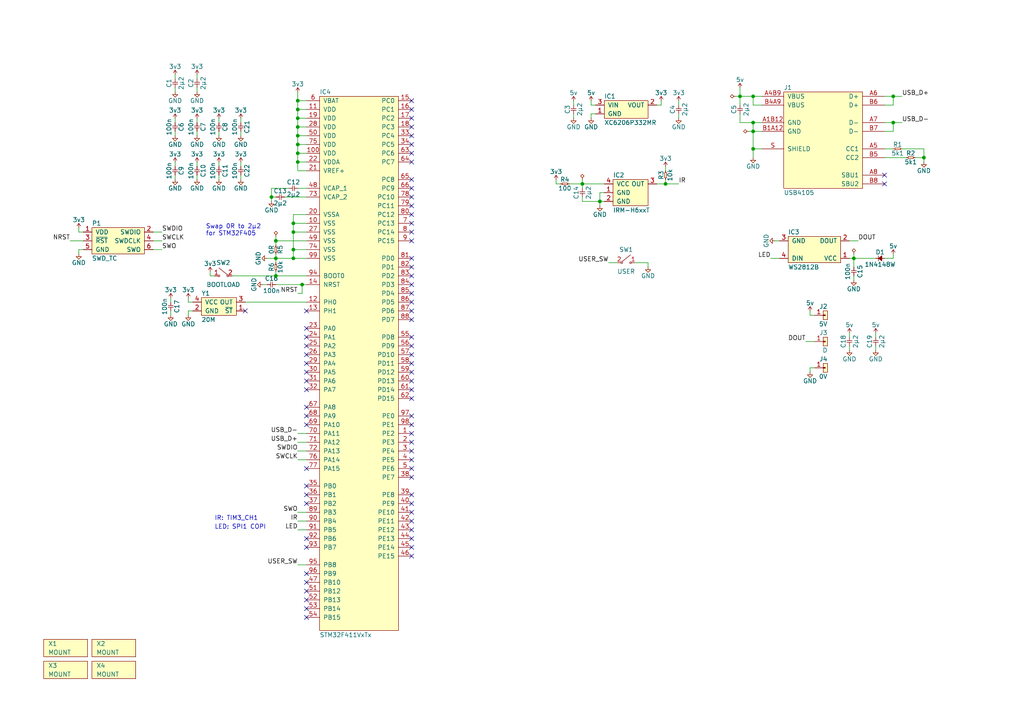
<source format=kicad_sch>
(kicad_sch (version 20210406) (generator eeschema)
  (paper "A4")
  (title_block (title "LEDEAF Driver PCB") (date "2021-05-23") (rev "1") (comment 1 "Drawn By: AG"))
  (lib_symbols
    (symbol "ael:C" (pin_numbers hide) (pin_names (offset 1.016) hide)
      (property "Reference" "C" (at 1.27 1.778 0))
      (property "Value" "C" (at 1.27 -1.778 0))
      (symbol "C_0_1"
        (polyline (pts (xy 1.016 0.762) (xy 1.016 -0.762)))
        (polyline (pts (xy 1.524 0.762) (xy 1.524 -0.762)))
      )
      (symbol "C_1_1"
        (pin passive line (at 0 0 0) (length 1.016) (name "~") (number "1"))
        (pin passive line (at 2.54 0 180) (length 1.016) (name "~") (number "2"))
      )
    )
    (symbol "ael:CONN_01x01" (pin_names (offset 0.0254) hide)
      (property "Reference" "J" (at -1.27 2.54 0))
      (property "Value" "CONN_01x01" (at -1.27 -2.54 0))
      (symbol "CONN_01x01_0_1"
        (rectangle (start 0 0.127) (end -0.635 -0.127) (fill (type outline)))
        (rectangle (start 0 1.27) (end -1.27 -1.27) (fill (type background)))
      )
      (symbol "CONN_01x01_1_1"
        (pin passive line (at 2.54 0 180) (length 2.54) (name "1") (number "1"))
      )
    )
    (symbol "ael:MCP1700" (pin_names (offset 1.016))
      (property "Reference" "IC" (at -5.08 2.54 0))
      (property "Value" "MCP1700" (at -5.08 -5.08 0))
      (symbol "MCP1700_0_1"
        (rectangle (start -5.08 1.27) (end 7.62 -3.81) (fill (type background)))
      )
      (symbol "MCP1700_1_1"
        (pin power_in line (at -7.62 -2.54 0) (length 2.54) (name "GND") (number "1"))
        (pin power_out line (at 10.16 0 180) (length 2.54) (name "VOUT") (number "2"))
        (pin power_in line (at -7.62 0 0) (length 2.54) (name "VIN") (number "3"))
      )
    )
    (symbol "ael:R" (pin_numbers hide) (pin_names (offset 1.016) hide)
      (property "Reference" "R" (at 1.27 1.27 0))
      (property "Value" "R" (at 1.27 -1.27 0))
      (symbol "R_0_1"
        (rectangle (start 0.508 0.254) (end 2.032 -0.254) (fill (type background)))
      )
      (symbol "R_1_1"
        (pin passive line (at 0 0 0) (length 0.508) (name "~") (number "1"))
        (pin passive line (at 2.54 0 180) (length 0.508) (name "~") (number "2"))
      )
    )
    (symbol "ael:TCXO_ST" (pin_names (offset 1.016))
      (property "Reference" "Y" (at -5.08 2.54 0))
      (property "Value" "TCXO_ST" (at -5.08 -5.08 0))
      (symbol "TCXO_ST_0_1"
        (rectangle (start -5.08 1.27) (end 5.08 -3.81) (fill (type background)))
      )
      (symbol "TCXO_ST_1_1"
        (pin input line (at 7.62 -2.54 180) (length 2.54) (name "~ST") (number "1"))
        (pin power_in line (at -7.62 -2.54 0) (length 2.54) (name "GND") (number "2"))
        (pin output line (at 7.62 0 180) (length 2.54) (name "OUT") (number "3"))
        (pin power_in line (at -7.62 0 0) (length 2.54) (name "VCC") (number "4"))
      )
    )
    (symbol "ael:WS2812B" (pin_names (offset 1.016))
      (property "Reference" "IC" (at -7.62 5.08 0))
      (property "Value" "WS2812B" (at -7.62 -5.08 0))
      (symbol "WS2812B_0_0"
        (pin power_in line (at 10.16 -2.54 180) (length 2.54) (name "VCC") (number "1"))
        (pin output line (at 10.16 2.54 180) (length 2.54) (name "DOUT") (number "2"))
        (pin power_in line (at -10.16 2.54 0) (length 2.54) (name "GND") (number "3"))
        (pin input line (at -10.16 -2.54 0) (length 2.54) (name "DIN") (number "4"))
      )
      (symbol "WS2812B_0_1"
        (rectangle (start -7.62 3.81) (end 7.62 -3.81) (fill (type background)))
      )
    )
    (symbol "agg:3v3" (power) (pin_numbers hide) (pin_names (offset 1.016) hide)
      (property "Value" "3v3" (at 0 2.286 0))
      (symbol "3v3_0_1"
        (polyline (pts (xy 0 1.27) (xy 0.508 0.508)))
        (polyline (pts (xy 0 0) (xy 0 1.27) (xy -0.508 0.508)))
      )
      (symbol "3v3_1_1"
        (pin power_in line (at 0 0 180) (length 0) hide (name "3v3") (number "1"))
      )
    )
    (symbol "agg:5v" (power) (pin_numbers hide) (pin_names (offset 1.016) hide)
      (property "Value" "5v" (at 0 2.286 0))
      (symbol "5v_0_1"
        (polyline (pts (xy 0 1.27) (xy 0.508 0.508)))
        (polyline (pts (xy 0 0) (xy 0 1.27) (xy -0.508 0.508)))
      )
      (symbol "5v_1_1"
        (pin power_in line (at 0 0 180) (length 0) hide (name "5v") (number "1"))
      )
    )
    (symbol "agg:D" (pin_numbers hide) (pin_names (offset 1.016) hide)
      (property "Reference" "D" (at 1.27 1.778 0))
      (property "Value" "D" (at 1.27 -1.778 0))
      (symbol "D_0_1"
        (polyline (pts (xy 0.762 0.762) (xy 0.762 -0.762)))
        (polyline (pts (xy 1.778 0.762) (xy 0.762 0) (xy 1.778 -0.762) (xy 1.778 0.762)) (fill (type outline)))
      )
      (symbol "D_1_1"
        (pin passive line (at 0 0 0) (length 0.762) (name "~") (number "1"))
        (pin passive line (at 2.54 0 180) (length 0.762) (name "~") (number "2"))
      )
    )
    (symbol "agg:GND" (power) (pin_numbers hide) (pin_names (offset 1.016) hide)
      (property "Value" "GND" (at 0 -2.54 0))
      (symbol "GND_0_1"
        (polyline (pts (xy 0 0) (xy 0 -0.762)))
        (polyline (pts (xy -0.762 -0.762) (xy 0.762 -0.762) (xy 0 -1.524) (xy -0.762 -0.762)) (fill (type background)))
      )
      (symbol "GND_1_1"
        (pin power_in line (at 0 0 180) (length 0) hide (name "GND") (number "1"))
      )
    )
    (symbol "agg:IRM-H6xxT" (pin_names (offset 1.016))
      (property "Reference" "IC" (at -5.08 5.08 0))
      (property "Value" "IRM-H6xxT" (at -5.08 -5.08 0))
      (symbol "IRM-H6xxT_0_0"
        (pin power_in line (at -7.62 0 0) (length 2.54) (name "GND") (number "1"))
        (pin power_in line (at -7.62 -2.54 0) (length 2.54) (name "GND") (number "2"))
        (pin output line (at 7.62 2.54 180) (length 2.54) (name "OUT") (number "3"))
        (pin power_in line (at -7.62 2.54 0) (length 2.54) (name "VCC") (number "4"))
      )
      (symbol "IRM-H6xxT_0_1"
        (rectangle (start -5.08 3.81) (end 5.08 -3.81) (fill (type background)))
      )
    )
    (symbol "agg:PART" (pin_names (offset 1.016))
      (property "Reference" "X" (at 1.27 2.54 0))
      (property "Value" "PART" (at 1.27 0 0))
      (symbol "PART_0_1"
        (rectangle (start 0 3.81) (end 12.7 -1.27) (fill (type background)))
      )
    )
    (symbol "agg:PWR" (power) (pin_numbers hide) (pin_names (offset 1.016) hide)
      (property "Value" "PWR" (at 0 2.286 0))
      (symbol "PWR_0_1"
        (polyline (pts (xy 0 0.508) (xy -0.508 1.016) (xy 0 1.524) (xy 0.508 1.016) (xy 0 0.508)) (fill (type background)))
      )
      (symbol "PWR_1_1"
        (pin power_out line (at 0 0 90) (length 0.508) (name "pwr") (number "1"))
      )
    )
    (symbol "agg:STM32F411VxTx" (pin_names (offset 1.016))
      (property "Reference" "IC" (at -11.43 78.74 0))
      (property "Value" "STM32F411VxTx" (at -11.43 -78.74 0))
      (symbol "STM32F411VxTx_0_0"
        (pin bidirectional line (at 15.24 -20.32 180) (length 3.81) (name "PE2") (number "1"))
        (pin power_in line (at -15.24 40.64 0) (length 3.81) (name "VSS") (number "10"))
        (pin power_in line (at -15.24 60.96 0) (length 3.81) (name "VDD") (number "100"))
        (pin power_in line (at -15.24 73.66 0) (length 3.81) (name "VDD") (number "11"))
        (pin bidirectional line (at -15.24 17.78 0) (length 3.81) (name "PH0") (number "12"))
        (pin bidirectional line (at -15.24 15.24 0) (length 3.81) (name "PH1") (number "13"))
        (pin input line (at -15.24 22.86 0) (length 3.81) (name "NRST") (number "14"))
        (pin bidirectional line (at 15.24 76.2 180) (length 3.81) (name "PC0") (number "15"))
        (pin bidirectional line (at 15.24 73.66 180) (length 3.81) (name "PC1") (number "16"))
        (pin bidirectional line (at 15.24 71.12 180) (length 3.81) (name "PC2") (number "17"))
        (pin bidirectional line (at 15.24 68.58 180) (length 3.81) (name "PC3") (number "18"))
        (pin power_in line (at -15.24 71.12 0) (length 3.81) (name "VDD") (number "19"))
        (pin bidirectional line (at 15.24 -22.86 180) (length 3.81) (name "PE3") (number "2"))
        (pin power_in line (at -15.24 43.18 0) (length 3.81) (name "VSSA") (number "20"))
        (pin power_in line (at -15.24 55.88 0) (length 3.81) (name "VREF+") (number "21"))
        (pin power_in line (at -15.24 58.42 0) (length 3.81) (name "VDDA") (number "22"))
        (pin bidirectional line (at -15.24 10.16 0) (length 3.81) (name "PA0") (number "23"))
        (pin bidirectional line (at -15.24 7.62 0) (length 3.81) (name "PA1") (number "24"))
        (pin bidirectional line (at -15.24 5.08 0) (length 3.81) (name "PA2") (number "25"))
        (pin bidirectional line (at -15.24 2.54 0) (length 3.81) (name "PA3") (number "26"))
        (pin power_in line (at -15.24 38.1 0) (length 3.81) (name "VSS") (number "27"))
        (pin power_in line (at -15.24 68.58 0) (length 3.81) (name "VDD") (number "28"))
        (pin bidirectional line (at -15.24 0 0) (length 3.81) (name "PA4") (number "29"))
        (pin bidirectional line (at 15.24 -25.4 180) (length 3.81) (name "PE4") (number "3"))
        (pin bidirectional line (at -15.24 -2.54 0) (length 3.81) (name "PA5") (number "30"))
        (pin bidirectional line (at -15.24 -5.08 0) (length 3.81) (name "PA6") (number "31"))
        (pin bidirectional line (at -15.24 -7.62 0) (length 3.81) (name "PA7") (number "32"))
        (pin bidirectional line (at 15.24 66.04 180) (length 3.81) (name "PC4") (number "33"))
        (pin bidirectional line (at 15.24 63.5 180) (length 3.81) (name "PC5") (number "34"))
        (pin bidirectional line (at -15.24 -35.56 0) (length 3.81) (name "PB0") (number "35"))
        (pin bidirectional line (at -15.24 -38.1 0) (length 3.81) (name "PB1") (number "36"))
        (pin bidirectional line (at -15.24 -40.64 0) (length 3.81) (name "PB2") (number "37"))
        (pin bidirectional line (at 15.24 -33.02 180) (length 3.81) (name "PE7") (number "38"))
        (pin bidirectional line (at 15.24 -38.1 180) (length 3.81) (name "PE8") (number "39"))
        (pin bidirectional line (at 15.24 -27.94 180) (length 3.81) (name "PE5") (number "4"))
        (pin bidirectional line (at 15.24 -40.64 180) (length 3.81) (name "PE9") (number "40"))
        (pin bidirectional line (at 15.24 -43.18 180) (length 3.81) (name "PE10") (number "41"))
        (pin bidirectional line (at 15.24 -45.72 180) (length 3.81) (name "PE11") (number "42"))
        (pin bidirectional line (at 15.24 -48.26 180) (length 3.81) (name "PE12") (number "43"))
        (pin bidirectional line (at 15.24 -50.8 180) (length 3.81) (name "PE13") (number "44"))
        (pin bidirectional line (at 15.24 -53.34 180) (length 3.81) (name "PE14") (number "45"))
        (pin bidirectional line (at 15.24 -55.88 180) (length 3.81) (name "PE15") (number "46"))
        (pin bidirectional line (at -15.24 -63.5 0) (length 3.81) (name "PB10") (number "47"))
        (pin passive line (at -15.24 50.8 0) (length 3.81) (name "VCAP_1") (number "48"))
        (pin power_in line (at -15.24 35.56 0) (length 3.81) (name "VSS") (number "49"))
        (pin bidirectional line (at 15.24 -30.48 180) (length 3.81) (name "PE6") (number "5"))
        (pin power_in line (at -15.24 66.04 0) (length 3.81) (name "VDD") (number "50"))
        (pin bidirectional line (at -15.24 -66.04 0) (length 3.81) (name "PB12") (number "51"))
        (pin bidirectional line (at -15.24 -68.58 0) (length 3.81) (name "PB13") (number "52"))
        (pin bidirectional line (at -15.24 -71.12 0) (length 3.81) (name "PB14") (number "53"))
        (pin bidirectional line (at -15.24 -73.66 0) (length 3.81) (name "PB15") (number "54"))
        (pin bidirectional line (at 15.24 7.62 180) (length 3.81) (name "PD8") (number "55"))
        (pin bidirectional line (at 15.24 5.08 180) (length 3.81) (name "PD9") (number "56"))
        (pin bidirectional line (at 15.24 2.54 180) (length 3.81) (name "PD10") (number "57"))
        (pin bidirectional line (at 15.24 0 180) (length 3.81) (name "PD11") (number "58"))
        (pin bidirectional line (at 15.24 -2.54 180) (length 3.81) (name "PD12") (number "59"))
        (pin power_in line (at -15.24 76.2 0) (length 3.81) (name "VBAT") (number "6"))
        (pin bidirectional line (at 15.24 -5.08 180) (length 3.81) (name "PD13") (number "60"))
        (pin bidirectional line (at 15.24 -7.62 180) (length 3.81) (name "PD14") (number "61"))
        (pin bidirectional line (at 15.24 -10.16 180) (length 3.81) (name "PD15") (number "62"))
        (pin bidirectional line (at 15.24 60.96 180) (length 3.81) (name "PC6") (number "63"))
        (pin bidirectional line (at 15.24 58.42 180) (length 3.81) (name "PC7") (number "64"))
        (pin bidirectional line (at 15.24 53.34 180) (length 3.81) (name "PC8") (number "65"))
        (pin bidirectional line (at 15.24 50.8 180) (length 3.81) (name "PC9") (number "66"))
        (pin bidirectional line (at -15.24 -12.7 0) (length 3.81) (name "PA8") (number "67"))
        (pin bidirectional line (at -15.24 -15.24 0) (length 3.81) (name "PA9") (number "68"))
        (pin bidirectional line (at -15.24 -17.78 0) (length 3.81) (name "PA10") (number "69"))
        (pin bidirectional line (at 15.24 40.64 180) (length 3.81) (name "PC13") (number "7"))
        (pin bidirectional line (at -15.24 -20.32 0) (length 3.81) (name "PA11") (number "70"))
        (pin bidirectional line (at -15.24 -22.86 0) (length 3.81) (name "PA12") (number "71"))
        (pin bidirectional line (at -15.24 -25.4 0) (length 3.81) (name "PA13") (number "72"))
        (pin passive line (at -15.24 48.26 0) (length 3.81) (name "VCAP_2") (number "73"))
        (pin power_in line (at -15.24 33.02 0) (length 3.81) (name "VSS") (number "74"))
        (pin power_in line (at -15.24 63.5 0) (length 3.81) (name "VDD") (number "75"))
        (pin bidirectional line (at -15.24 -27.94 0) (length 3.81) (name "PA14") (number "76"))
        (pin bidirectional line (at -15.24 -30.48 0) (length 3.81) (name "PA15") (number "77"))
        (pin bidirectional line (at 15.24 48.26 180) (length 3.81) (name "PC10") (number "78"))
        (pin bidirectional line (at 15.24 45.72 180) (length 3.81) (name "PC11") (number "79"))
        (pin bidirectional line (at 15.24 38.1 180) (length 3.81) (name "PC14") (number "8"))
        (pin bidirectional line (at 15.24 43.18 180) (length 3.81) (name "PC12") (number "80"))
        (pin bidirectional line (at 15.24 30.48 180) (length 3.81) (name "PD0") (number "81"))
        (pin bidirectional line (at 15.24 27.94 180) (length 3.81) (name "PD1") (number "82"))
        (pin bidirectional line (at 15.24 25.4 180) (length 3.81) (name "PD2") (number "83"))
        (pin bidirectional line (at 15.24 22.86 180) (length 3.81) (name "PD3") (number "84"))
        (pin bidirectional line (at 15.24 20.32 180) (length 3.81) (name "PD4") (number "85"))
        (pin bidirectional line (at 15.24 17.78 180) (length 3.81) (name "PD5") (number "86"))
        (pin bidirectional line (at 15.24 15.24 180) (length 3.81) (name "PD6") (number "87"))
        (pin bidirectional line (at 15.24 12.7 180) (length 3.81) (name "PD7") (number "88"))
        (pin bidirectional line (at -15.24 -43.18 0) (length 3.81) (name "PB3") (number "89"))
        (pin bidirectional line (at 15.24 35.56 180) (length 3.81) (name "PC15") (number "9"))
        (pin bidirectional line (at -15.24 -45.72 0) (length 3.81) (name "PB4") (number "90"))
        (pin bidirectional line (at -15.24 -48.26 0) (length 3.81) (name "PB5") (number "91"))
        (pin bidirectional line (at -15.24 -50.8 0) (length 3.81) (name "PB6") (number "92"))
        (pin bidirectional line (at -15.24 -53.34 0) (length 3.81) (name "PB7") (number "93"))
        (pin input line (at -15.24 25.4 0) (length 3.81) (name "BOOT0") (number "94"))
        (pin bidirectional line (at -15.24 -58.42 0) (length 3.81) (name "PB8") (number "95"))
        (pin bidirectional line (at -15.24 -60.96 0) (length 3.81) (name "PB9") (number "96"))
        (pin bidirectional line (at 15.24 -15.24 180) (length 3.81) (name "PE0") (number "97"))
        (pin bidirectional line (at 15.24 -17.78 180) (length 3.81) (name "PE1") (number "98"))
        (pin power_in line (at -15.24 30.48 0) (length 3.81) (name "VSS") (number "99"))
      )
      (symbol "STM32F411VxTx_0_1"
        (rectangle (start -11.43 77.47) (end 11.43 -77.47) (fill (type background)))
      )
    )
    (symbol "agg:SWD_TC" (pin_names (offset 1.016))
      (property "Reference" "P" (at -7.62 5.08 0))
      (property "Value" "SWD_TC" (at -7.62 -5.08 0))
      (symbol "SWD_TC_0_1"
        (rectangle (start -7.62 3.81) (end 7.62 -3.81) (fill (type background)))
      )
      (symbol "SWD_TC_1_1"
        (pin power_in line (at -10.16 2.54 0) (length 2.54) (name "VDD") (number "1"))
        (pin bidirectional line (at 10.16 2.54 180) (length 2.54) (name "SWDIO") (number "2"))
        (pin open_collector line (at -10.16 0 0) (length 2.54) (name "~RST") (number "3"))
        (pin output line (at 10.16 0 180) (length 2.54) (name "SWDCLK") (number "4"))
        (pin power_in line (at -10.16 -2.54 0) (length 2.54) (name "GND") (number "5"))
        (pin input line (at 10.16 -2.54 180) (length 2.54) (name "SWO") (number "6"))
      )
    )
    (symbol "agg:SWITCH_SPST" (pin_names (offset 0.0254) hide)
      (property "Reference" "SW" (at 0 3.81 0))
      (property "Value" "SWITCH_SPST" (at 0 -2.54 0))
      (symbol "SWITCH_SPST_1_1"
        (circle (center -1.27 0) (radius 0.254))
        (circle (center 1.27 0) (radius 0.254))
        (polyline (pts (xy -1.27 0.254) (xy 1.27 2.286)))
        (pin passive line (at 2.54 0 180) (length 1.016) (name "\"~\"") (number "1"))
        (pin passive line (at -2.54 0 0) (length 1.016) (name "\"~\"") (number "2"))
      )
    )
    (symbol "agg:USB4105" (pin_names (offset 1.016))
      (property "Reference" "J" (at -11.43 15.24 0))
      (property "Value" "USB4105" (at -11.43 -15.24 0))
      (symbol "USB4105_0_0"
        (pin passive line (at -17.78 5.08 0) (length 6.35) (name "GND") (number "A1B12"))
        (pin passive line (at -17.78 12.7 0) (length 6.35) (name "VBUS") (number "A4B9"))
        (pin passive line (at 17.78 -2.54 180) (length 6.35) (name "CC1") (number "A5"))
        (pin passive line (at 17.78 12.7 180) (length 6.35) (name "D+") (number "A6"))
        (pin passive line (at 17.78 5.08 180) (length 6.35) (name "D-") (number "A7"))
        (pin passive line (at 17.78 -10.16 180) (length 6.35) (name "SBU1") (number "A8"))
        (pin passive line (at -17.78 2.54 0) (length 6.35) (name "GND") (number "B1A12"))
        (pin passive line (at -17.78 10.16 0) (length 6.35) (name "VBUS") (number "B4A9"))
        (pin passive line (at 17.78 -5.08 180) (length 6.35) (name "CC2") (number "B5"))
        (pin passive line (at 17.78 10.16 180) (length 6.35) (name "D+") (number "B6"))
        (pin passive line (at 17.78 2.54 180) (length 6.35) (name "D-") (number "B7"))
        (pin passive line (at 17.78 -12.7 180) (length 6.35) (name "SBU2") (number "B8"))
        (pin passive line (at -17.78 -2.54 0) (length 6.35) (name "SHIELD") (number "S"))
      )
      (symbol "USB4105_0_1"
        (rectangle (start -11.43 13.97) (end 11.43 -13.97) (fill (type background)))
      )
    )
  )
  (junction (at 78.74 57.15) (diameter 0.9144))
  (junction (at 80.01 69.85) (diameter 0.9144))
  (junction (at 80.01 74.93) (diameter 0.9144))
  (junction (at 80.01 80.01) (diameter 0.9144))
  (junction (at 85.09 64.77) (diameter 0.9144))
  (junction (at 85.09 67.31) (diameter 0.9144))
  (junction (at 85.09 72.39) (diameter 0.9144))
  (junction (at 85.09 74.93) (diameter 0.9144))
  (junction (at 86.36 29.21) (diameter 0.9144))
  (junction (at 86.36 31.75) (diameter 0.9144))
  (junction (at 86.36 34.29) (diameter 0.9144))
  (junction (at 86.36 36.83) (diameter 0.9144))
  (junction (at 86.36 39.37) (diameter 0.9144))
  (junction (at 86.36 41.91) (diameter 0.9144))
  (junction (at 86.36 44.45) (diameter 0.9144))
  (junction (at 86.36 46.99) (diameter 0.9144))
  (junction (at 87.63 82.55) (diameter 0.9144))
  (junction (at 168.91 53.34) (diameter 0.9144))
  (junction (at 173.99 58.42) (diameter 0.9144))
  (junction (at 193.04 53.34) (diameter 0.9144))
  (junction (at 214.63 27.94) (diameter 0.9144))
  (junction (at 218.44 27.94) (diameter 0.9144))
  (junction (at 218.44 35.56) (diameter 0.9144))
  (junction (at 218.44 38.1) (diameter 0.9144))
  (junction (at 218.44 43.18) (diameter 0.9144))
  (junction (at 247.65 74.93) (diameter 0.9144))
  (junction (at 259.08 27.94) (diameter 0.9144))
  (junction (at 259.08 35.56) (diameter 0.9144))
  (junction (at 267.97 45.72) (diameter 0.9144))
  (no_connect (at 71.12 90.17))
  (no_connect (at 88.9 90.17))
  (no_connect (at 88.9 95.25))
  (no_connect (at 88.9 97.79))
  (no_connect (at 88.9 100.33))
  (no_connect (at 88.9 102.87))
  (no_connect (at 88.9 105.41))
  (no_connect (at 88.9 107.95))
  (no_connect (at 88.9 110.49))
  (no_connect (at 88.9 113.03))
  (no_connect (at 88.9 118.11))
  (no_connect (at 88.9 120.65))
  (no_connect (at 88.9 123.19))
  (no_connect (at 88.9 135.89))
  (no_connect (at 88.9 140.97))
  (no_connect (at 88.9 143.51))
  (no_connect (at 88.9 146.05))
  (no_connect (at 88.9 156.21))
  (no_connect (at 88.9 158.75))
  (no_connect (at 88.9 166.37))
  (no_connect (at 88.9 168.91))
  (no_connect (at 88.9 171.45))
  (no_connect (at 88.9 173.99))
  (no_connect (at 88.9 176.53))
  (no_connect (at 88.9 179.07))
  (no_connect (at 119.38 29.21))
  (no_connect (at 119.38 31.75))
  (no_connect (at 119.38 34.29))
  (no_connect (at 119.38 36.83))
  (no_connect (at 119.38 39.37))
  (no_connect (at 119.38 41.91))
  (no_connect (at 119.38 44.45))
  (no_connect (at 119.38 46.99))
  (no_connect (at 119.38 52.07))
  (no_connect (at 119.38 54.61))
  (no_connect (at 119.38 57.15))
  (no_connect (at 119.38 59.69))
  (no_connect (at 119.38 62.23))
  (no_connect (at 119.38 64.77))
  (no_connect (at 119.38 67.31))
  (no_connect (at 119.38 69.85))
  (no_connect (at 119.38 74.93))
  (no_connect (at 119.38 77.47))
  (no_connect (at 119.38 80.01))
  (no_connect (at 119.38 82.55))
  (no_connect (at 119.38 85.09))
  (no_connect (at 119.38 87.63))
  (no_connect (at 119.38 90.17))
  (no_connect (at 119.38 92.71))
  (no_connect (at 119.38 97.79))
  (no_connect (at 119.38 100.33))
  (no_connect (at 119.38 102.87))
  (no_connect (at 119.38 105.41))
  (no_connect (at 119.38 107.95))
  (no_connect (at 119.38 110.49))
  (no_connect (at 119.38 113.03))
  (no_connect (at 119.38 115.57))
  (no_connect (at 119.38 120.65))
  (no_connect (at 119.38 123.19))
  (no_connect (at 119.38 125.73))
  (no_connect (at 119.38 128.27))
  (no_connect (at 119.38 130.81))
  (no_connect (at 119.38 133.35))
  (no_connect (at 119.38 135.89))
  (no_connect (at 119.38 138.43))
  (no_connect (at 119.38 143.51))
  (no_connect (at 119.38 146.05))
  (no_connect (at 119.38 148.59))
  (no_connect (at 119.38 151.13))
  (no_connect (at 119.38 153.67))
  (no_connect (at 119.38 156.21))
  (no_connect (at 119.38 158.75))
  (no_connect (at 119.38 161.29))
  (no_connect (at 256.54 50.8))
  (no_connect (at 256.54 53.34))
  (wire (pts (xy 20.32 69.85) (xy 24.13 69.85)))
  (wire (pts (xy 22.86 66.04) (xy 22.86 67.31)))
  (wire (pts (xy 22.86 67.31) (xy 24.13 67.31)))
  (wire (pts (xy 22.86 72.39) (xy 24.13 72.39)))
  (wire (pts (xy 22.86 73.66) (xy 22.86 72.39)))
  (wire (pts (xy 44.45 67.31) (xy 46.99 67.31)))
  (wire (pts (xy 44.45 69.85) (xy 46.99 69.85)))
  (wire (pts (xy 44.45 72.39) (xy 46.99 72.39)))
  (wire (pts (xy 49.53 86.36) (xy 49.53 87.63)))
  (wire (pts (xy 49.53 90.17) (xy 49.53 91.44)))
  (wire (pts (xy 50.8 21.59) (xy 50.8 22.86)))
  (wire (pts (xy 50.8 25.4) (xy 50.8 26.67)))
  (wire (pts (xy 50.8 34.29) (xy 50.8 35.56)))
  (wire (pts (xy 50.8 38.1) (xy 50.8 39.37)))
  (wire (pts (xy 50.8 46.99) (xy 50.8 48.26)))
  (wire (pts (xy 50.8 50.8) (xy 50.8 52.07)))
  (wire (pts (xy 54.61 86.36) (xy 54.61 87.63)))
  (wire (pts (xy 54.61 87.63) (xy 55.88 87.63)))
  (wire (pts (xy 54.61 90.17) (xy 55.88 90.17)))
  (wire (pts (xy 54.61 91.44) (xy 54.61 90.17)))
  (wire (pts (xy 57.15 21.59) (xy 57.15 22.86)))
  (wire (pts (xy 57.15 25.4) (xy 57.15 26.67)))
  (wire (pts (xy 57.15 34.29) (xy 57.15 35.56)))
  (wire (pts (xy 57.15 38.1) (xy 57.15 39.37)))
  (wire (pts (xy 57.15 46.99) (xy 57.15 48.26)))
  (wire (pts (xy 57.15 50.8) (xy 57.15 52.07)))
  (wire (pts (xy 60.96 78.74) (xy 60.96 80.01)))
  (wire (pts (xy 60.96 80.01) (xy 62.23 80.01)))
  (wire (pts (xy 63.5 34.29) (xy 63.5 35.56)))
  (wire (pts (xy 63.5 38.1) (xy 63.5 39.37)))
  (wire (pts (xy 63.5 46.99) (xy 63.5 48.26)))
  (wire (pts (xy 63.5 50.8) (xy 63.5 52.07)))
  (wire (pts (xy 67.31 80.01) (xy 80.01 80.01)))
  (wire (pts (xy 69.85 34.29) (xy 69.85 35.56)))
  (wire (pts (xy 69.85 38.1) (xy 69.85 39.37)))
  (wire (pts (xy 69.85 46.99) (xy 69.85 48.26)))
  (wire (pts (xy 69.85 50.8) (xy 69.85 52.07)))
  (wire (pts (xy 71.12 87.63) (xy 88.9 87.63)))
  (wire (pts (xy 76.2 82.55) (xy 77.47 82.55)))
  (wire (pts (xy 77.47 74.93) (xy 80.01 74.93)))
  (wire (pts (xy 78.74 54.61) (xy 83.82 54.61)))
  (wire (pts (xy 78.74 57.15) (xy 78.74 54.61)))
  (wire (pts (xy 78.74 57.15) (xy 80.01 57.15)))
  (wire (pts (xy 78.74 58.42) (xy 78.74 57.15)))
  (wire (pts (xy 80.01 68.58) (xy 80.01 69.85)))
  (wire (pts (xy 80.01 69.85) (xy 80.01 71.12)))
  (wire (pts (xy 80.01 73.66) (xy 80.01 74.93)))
  (wire (pts (xy 80.01 74.93) (xy 80.01 76.2)))
  (wire (pts (xy 80.01 74.93) (xy 85.09 74.93)))
  (wire (pts (xy 80.01 78.74) (xy 80.01 80.01)))
  (wire (pts (xy 80.01 80.01) (xy 88.9 80.01)))
  (wire (pts (xy 80.01 82.55) (xy 87.63 82.55)))
  (wire (pts (xy 82.55 57.15) (xy 88.9 57.15)))
  (wire (pts (xy 85.09 62.23) (xy 85.09 64.77)))
  (wire (pts (xy 85.09 64.77) (xy 85.09 67.31)))
  (wire (pts (xy 85.09 67.31) (xy 85.09 72.39)))
  (wire (pts (xy 85.09 72.39) (xy 88.9 72.39)))
  (wire (pts (xy 85.09 74.93) (xy 85.09 72.39)))
  (wire (pts (xy 85.09 74.93) (xy 88.9 74.93)))
  (wire (pts (xy 86.36 26.67) (xy 86.36 29.21)))
  (wire (pts (xy 86.36 29.21) (xy 86.36 31.75)))
  (wire (pts (xy 86.36 29.21) (xy 88.9 29.21)))
  (wire (pts (xy 86.36 31.75) (xy 86.36 34.29)))
  (wire (pts (xy 86.36 31.75) (xy 88.9 31.75)))
  (wire (pts (xy 86.36 34.29) (xy 86.36 36.83)))
  (wire (pts (xy 86.36 34.29) (xy 88.9 34.29)))
  (wire (pts (xy 86.36 36.83) (xy 86.36 39.37)))
  (wire (pts (xy 86.36 36.83) (xy 88.9 36.83)))
  (wire (pts (xy 86.36 39.37) (xy 86.36 41.91)))
  (wire (pts (xy 86.36 39.37) (xy 88.9 39.37)))
  (wire (pts (xy 86.36 41.91) (xy 86.36 44.45)))
  (wire (pts (xy 86.36 41.91) (xy 88.9 41.91)))
  (wire (pts (xy 86.36 44.45) (xy 86.36 46.99)))
  (wire (pts (xy 86.36 44.45) (xy 88.9 44.45)))
  (wire (pts (xy 86.36 46.99) (xy 86.36 49.53)))
  (wire (pts (xy 86.36 46.99) (xy 88.9 46.99)))
  (wire (pts (xy 86.36 49.53) (xy 88.9 49.53)))
  (wire (pts (xy 86.36 54.61) (xy 88.9 54.61)))
  (wire (pts (xy 86.36 85.09) (xy 87.63 85.09)))
  (wire (pts (xy 86.36 125.73) (xy 88.9 125.73)))
  (wire (pts (xy 86.36 128.27) (xy 88.9 128.27)))
  (wire (pts (xy 86.36 130.81) (xy 88.9 130.81)))
  (wire (pts (xy 86.36 133.35) (xy 88.9 133.35)))
  (wire (pts (xy 86.36 148.59) (xy 88.9 148.59)))
  (wire (pts (xy 86.36 151.13) (xy 88.9 151.13)))
  (wire (pts (xy 86.36 153.67) (xy 88.9 153.67)))
  (wire (pts (xy 86.36 163.83) (xy 88.9 163.83)))
  (wire (pts (xy 87.63 82.55) (xy 87.63 85.09)))
  (wire (pts (xy 87.63 82.55) (xy 88.9 82.55)))
  (wire (pts (xy 88.9 62.23) (xy 85.09 62.23)))
  (wire (pts (xy 88.9 64.77) (xy 85.09 64.77)))
  (wire (pts (xy 88.9 67.31) (xy 85.09 67.31)))
  (wire (pts (xy 88.9 69.85) (xy 80.01 69.85)))
  (wire (pts (xy 161.29 52.07) (xy 161.29 53.34)))
  (wire (pts (xy 161.29 53.34) (xy 162.56 53.34)))
  (wire (pts (xy 165.1 53.34) (xy 168.91 53.34)))
  (wire (pts (xy 166.37 29.21) (xy 166.37 30.48)))
  (wire (pts (xy 166.37 33.02) (xy 166.37 34.29)))
  (wire (pts (xy 168.91 52.07) (xy 168.91 53.34)))
  (wire (pts (xy 168.91 53.34) (xy 175.26 53.34)))
  (wire (pts (xy 168.91 54.61) (xy 168.91 53.34)))
  (wire (pts (xy 168.91 57.15) (xy 168.91 58.42)))
  (wire (pts (xy 168.91 58.42) (xy 173.99 58.42)))
  (wire (pts (xy 171.45 29.21) (xy 171.45 30.48)))
  (wire (pts (xy 171.45 30.48) (xy 172.72 30.48)))
  (wire (pts (xy 171.45 33.02) (xy 171.45 34.29)))
  (wire (pts (xy 171.45 33.02) (xy 172.72 33.02)))
  (wire (pts (xy 173.99 55.88) (xy 175.26 55.88)))
  (wire (pts (xy 173.99 58.42) (xy 173.99 55.88)))
  (wire (pts (xy 173.99 58.42) (xy 175.26 58.42)))
  (wire (pts (xy 173.99 59.69) (xy 173.99 58.42)))
  (wire (pts (xy 176.53 76.2) (xy 179.07 76.2)))
  (wire (pts (xy 184.15 76.2) (xy 187.96 76.2)))
  (wire (pts (xy 187.96 76.2) (xy 187.96 77.47)))
  (wire (pts (xy 190.5 53.34) (xy 193.04 53.34)))
  (wire (pts (xy 191.77 29.21) (xy 191.77 30.48)))
  (wire (pts (xy 191.77 30.48) (xy 190.5 30.48)))
  (wire (pts (xy 193.04 48.26) (xy 193.04 49.53)))
  (wire (pts (xy 193.04 52.07) (xy 193.04 53.34)))
  (wire (pts (xy 193.04 53.34) (xy 196.85 53.34)))
  (wire (pts (xy 196.85 29.21) (xy 196.85 30.48)))
  (wire (pts (xy 196.85 33.02) (xy 196.85 34.29)))
  (wire (pts (xy 213.36 27.94) (xy 214.63 27.94)))
  (wire (pts (xy 214.63 25.4) (xy 214.63 27.94)))
  (wire (pts (xy 214.63 27.94) (xy 214.63 30.48)))
  (wire (pts (xy 214.63 27.94) (xy 218.44 27.94)))
  (wire (pts (xy 214.63 33.02) (xy 214.63 35.56)))
  (wire (pts (xy 214.63 35.56) (xy 218.44 35.56)))
  (wire (pts (xy 217.17 38.1) (xy 218.44 38.1)))
  (wire (pts (xy 218.44 27.94) (xy 220.98 27.94)))
  (wire (pts (xy 218.44 30.48) (xy 218.44 27.94)))
  (wire (pts (xy 218.44 35.56) (xy 220.98 35.56)))
  (wire (pts (xy 218.44 38.1) (xy 218.44 35.56)))
  (wire (pts (xy 218.44 38.1) (xy 220.98 38.1)))
  (wire (pts (xy 218.44 43.18) (xy 218.44 38.1)))
  (wire (pts (xy 218.44 43.18) (xy 220.98 43.18)))
  (wire (pts (xy 218.44 45.72) (xy 218.44 43.18)))
  (wire (pts (xy 220.98 30.48) (xy 218.44 30.48)))
  (wire (pts (xy 223.52 74.93) (xy 226.06 74.93)))
  (wire (pts (xy 224.79 69.85) (xy 226.06 69.85)))
  (wire (pts (xy 233.68 99.06) (xy 236.22 99.06)))
  (wire (pts (xy 234.95 90.17) (xy 234.95 91.44)))
  (wire (pts (xy 234.95 91.44) (xy 236.22 91.44)))
  (wire (pts (xy 234.95 106.68) (xy 236.22 106.68)))
  (wire (pts (xy 234.95 107.95) (xy 234.95 106.68)))
  (wire (pts (xy 246.38 69.85) (xy 248.92 69.85)))
  (wire (pts (xy 246.38 74.93) (xy 247.65 74.93)))
  (wire (pts (xy 246.38 96.52) (xy 246.38 97.79)))
  (wire (pts (xy 246.38 100.33) (xy 246.38 101.6)))
  (wire (pts (xy 247.65 73.66) (xy 247.65 74.93)))
  (wire (pts (xy 247.65 74.93) (xy 247.65 77.47)))
  (wire (pts (xy 247.65 74.93) (xy 254 74.93)))
  (wire (pts (xy 247.65 80.01) (xy 247.65 81.28)))
  (wire (pts (xy 254 96.52) (xy 254 97.79)))
  (wire (pts (xy 254 100.33) (xy 254 101.6)))
  (wire (pts (xy 256.54 27.94) (xy 259.08 27.94)))
  (wire (pts (xy 256.54 30.48) (xy 259.08 30.48)))
  (wire (pts (xy 256.54 35.56) (xy 259.08 35.56)))
  (wire (pts (xy 256.54 38.1) (xy 259.08 38.1)))
  (wire (pts (xy 256.54 43.18) (xy 259.08 43.18)))
  (wire (pts (xy 256.54 45.72) (xy 262.89 45.72)))
  (wire (pts (xy 256.54 74.93) (xy 259.08 74.93)))
  (wire (pts (xy 259.08 27.94) (xy 259.08 30.48)))
  (wire (pts (xy 259.08 27.94) (xy 261.62 27.94)))
  (wire (pts (xy 259.08 35.56) (xy 261.62 35.56)))
  (wire (pts (xy 259.08 38.1) (xy 259.08 35.56)))
  (wire (pts (xy 259.08 74.93) (xy 259.08 73.66)))
  (wire (pts (xy 261.62 43.18) (xy 267.97 43.18)))
  (wire (pts (xy 265.43 45.72) (xy 267.97 45.72)))
  (wire (pts (xy 267.97 43.18) (xy 267.97 45.72)))
  (wire (pts (xy 267.97 45.72) (xy 267.97 46.99)))
  (text "Swap 0R to 2µ2\nfor STM32F405" (at 59.69 68.58 0) (effects (font (size 1.27 1.27)) (justify left bottom)))
  (text "IR: TIM3_CH1" (at 62.23 151.13 0) (effects (font (size 1.27 1.27)) (justify left bottom)))
  (text "LED: SPI1 COPI" (at 62.23 153.67 0) (effects (font (size 1.27 1.27)) (justify left bottom)))
  (label "NRST" (at 20.32 69.85 180))
  (label "SWDIO" (at 46.99 67.31 0))
  (label "SWCLK" (at 46.99 69.85 0))
  (label "SWO" (at 46.99 72.39 0))
  (label "NRST" (at 86.36 85.09 180))
  (label "USB_D-" (at 86.36 125.73 180))
  (label "USB_D+" (at 86.36 128.27 180))
  (label "SWDIO" (at 86.36 130.81 180))
  (label "SWCLK" (at 86.36 133.35 180))
  (label "SWO" (at 86.36 148.59 180))
  (label "IR" (at 86.36 151.13 180))
  (label "LED" (at 86.36 153.67 180))
  (label "USER_SW" (at 86.36 163.83 180))
  (label "USER_SW" (at 176.53 76.2 180))
  (label "IR" (at 196.85 53.34 0))
  (label "LED" (at 223.52 74.93 180))
  (label "DOUT" (at 233.68 99.06 180))
  (label "DOUT" (at 248.92 69.85 0))
  (label "USB_D+" (at 261.62 27.94 0))
  (label "USB_D-" (at 261.62 35.56 0))
  (symbol (lib_id "agg:3v3") (at 22.86 66.04 0) (unit 1)
    (property "Reference" "#PWR032" (effects hide))
    (property "Value" "3v3" (at 22.86 63.754 0))
  )
  (symbol (lib_id "agg:3v3") (at 49.53 86.36 0) (unit 1)
    (property "Reference" "#PWR041" (effects hide))
    (property "Value" "3v3" (at 49.53 84.074 0))
  )
  (symbol (lib_id "agg:3v3") (at 50.8 21.59 0) (unit 1)
    (property "Reference" "#PWR01" (effects hide))
    (property "Value" "3v3" (at 50.8 19.304 0))
  )
  (symbol (lib_id "agg:3v3") (at 50.8 34.29 0) (unit 1)
    (property "Reference" "#PWR011" (effects hide))
    (property "Value" "3v3" (at 50.8 32.004 0))
  )
  (symbol (lib_id "agg:3v3") (at 50.8 46.99 0) (unit 1)
    (property "Reference" "#PWR021" (effects hide))
    (property "Value" "3v3" (at 50.8 44.704 0))
  )
  (symbol (lib_id "agg:3v3") (at 54.61 86.36 0) (unit 1)
    (property "Reference" "#PWR042" (effects hide))
    (property "Value" "3v3" (at 54.61 84.074 0))
  )
  (symbol (lib_id "agg:3v3") (at 57.15 21.59 0) (unit 1)
    (property "Reference" "#PWR02" (effects hide))
    (property "Value" "3v3" (at 57.15 19.304 0))
  )
  (symbol (lib_id "agg:3v3") (at 57.15 34.29 0) (unit 1)
    (property "Reference" "#PWR012" (effects hide))
    (property "Value" "3v3" (at 57.15 32.004 0))
  )
  (symbol (lib_id "agg:3v3") (at 57.15 46.99 0) (unit 1)
    (property "Reference" "#PWR022" (effects hide))
    (property "Value" "3v3" (at 57.15 44.704 0))
  )
  (symbol (lib_id "agg:3v3") (at 60.96 78.74 0) (unit 1)
    (property "Reference" "#PWR038" (effects hide))
    (property "Value" "3v3" (at 60.96 76.454 0))
  )
  (symbol (lib_id "agg:3v3") (at 63.5 34.29 0) (unit 1)
    (property "Reference" "#PWR013" (effects hide))
    (property "Value" "3v3" (at 63.5 32.004 0))
  )
  (symbol (lib_id "agg:3v3") (at 63.5 46.99 0) (unit 1)
    (property "Reference" "#PWR023" (effects hide))
    (property "Value" "3v3" (at 63.5 44.704 0))
  )
  (symbol (lib_id "agg:3v3") (at 69.85 34.29 0) (unit 1)
    (property "Reference" "#PWR054" (effects hide))
    (property "Value" "3v3" (at 69.85 32.004 0))
  )
  (symbol (lib_id "agg:3v3") (at 69.85 46.99 0) (unit 1)
    (property "Reference" "#PWR056" (effects hide))
    (property "Value" "3v3" (at 69.85 44.704 0))
  )
  (symbol (lib_id "agg:3v3") (at 86.36 26.67 0) (unit 1)
    (property "Reference" "#PWR06" (effects hide))
    (property "Value" "3v3" (at 86.36 24.384 0))
  )
  (symbol (lib_id "agg:3v3") (at 161.29 52.07 0) (unit 1)
    (property "Reference" "#PWR029" (effects hide))
    (property "Value" "3v3" (at 161.29 49.784 0))
  )
  (symbol (lib_id "agg:5v") (at 166.37 29.21 0) (unit 1)
    (property "Reference" "#PWR07" (effects hide))
    (property "Value" "5v" (at 166.37 26.924 0))
  )
  (symbol (lib_id "agg:5v") (at 171.45 29.21 0) (unit 1)
    (property "Reference" "#PWR08" (effects hide))
    (property "Value" "5v" (at 171.45 26.924 0))
  )
  (symbol (lib_id "agg:3v3") (at 191.77 29.21 0) (unit 1)
    (property "Reference" "#PWR09" (effects hide))
    (property "Value" "3v3" (at 191.77 26.924 0))
  )
  (symbol (lib_id "agg:3v3") (at 193.04 48.26 0) (unit 1)
    (property "Reference" "#PWR025" (effects hide))
    (property "Value" "3v3" (at 193.04 45.974 0))
  )
  (symbol (lib_id "agg:3v3") (at 196.85 29.21 0) (unit 1)
    (property "Reference" "#PWR010" (effects hide))
    (property "Value" "3v3" (at 196.85 26.924 0))
  )
  (symbol (lib_id "agg:5v") (at 214.63 25.4 0) (unit 1)
    (property "Reference" "#PWR03" (effects hide))
    (property "Value" "5v" (at 214.63 23.114 0))
  )
  (symbol (lib_id "agg:5v") (at 234.95 90.17 0) (unit 1)
    (property "Reference" "#PWR043" (effects hide))
    (property "Value" "5v" (at 234.95 87.884 0))
  )
  (symbol (lib_id "agg:5v") (at 246.38 96.52 0) (unit 1)
    (property "Reference" "#PWR047" (effects hide))
    (property "Value" "5v" (at 246.38 94.234 0))
  )
  (symbol (lib_id "agg:5v") (at 254 96.52 0) (unit 1)
    (property "Reference" "#PWR048" (effects hide))
    (property "Value" "5v" (at 254 94.234 0))
  )
  (symbol (lib_id "agg:5v") (at 259.08 73.66 0) (unit 1)
    (property "Reference" "#PWR035" (effects hide))
    (property "Value" "5v" (at 259.08 71.374 0))
  )
  (symbol (lib_id "agg:PWR") (at 80.01 68.58 0) (unit 1)
    (property "Reference" "#FLG0101" (effects hide))
    (property "Value" "PWR" (effects hide))
  )
  (symbol (lib_id "agg:PWR") (at 168.91 52.07 0) (unit 1)
    (property "Reference" "#FLG03" (effects hide))
    (property "Value" "PWR" (effects hide))
  )
  (symbol (lib_id "agg:PWR") (at 213.36 27.94 90) (unit 1)
    (property "Reference" "#FLG01" (effects hide))
    (property "Value" "PWR" (effects hide))
  )
  (symbol (lib_id "agg:PWR") (at 217.17 38.1 90) (unit 1)
    (property "Reference" "#FLG02" (effects hide))
    (property "Value" "PWR" (effects hide))
  )
  (symbol (lib_id "agg:PWR") (at 247.65 73.66 0) (unit 1)
    (property "Reference" "#FLG04" (effects hide))
    (property "Value" "PWR" (effects hide))
  )
  (symbol (lib_id "ael:R") (at 80.01 71.12 270) (unit 1)
    (property "Reference" "R5" (at 81.28 72.39 0))
    (property "Value" "0R" (at 78.74 72.39 0))
    (property "Footprint" "agg:0603" (effects hide))
    (property "LCSC" "C21189" (effects hide))
  )
  (symbol (lib_id "ael:R") (at 80.01 78.74 90) (unit 1)
    (property "Reference" "R6" (at 78.74 77.47 0))
    (property "Value" "10k" (at 81.28 77.47 0))
    (property "Footprint" "agg:0402" (effects hide))
    (property "LCSC" "C25744" (effects hide))
  )
  (symbol (lib_id "ael:R") (at 162.56 53.34 0) (unit 1)
    (property "Reference" "R4" (at 163.83 52.07 0))
    (property "Value" "100" (at 163.83 54.61 0))
    (property "Footprint" "agg:0402" (effects hide))
    (property "LCSC" "C25076" (effects hide))
  )
  (symbol (lib_id "ael:R") (at 193.04 52.07 90) (unit 1)
    (property "Reference" "R3" (at 191.77 50.8 0))
    (property "Value" "10k" (at 194.31 50.8 0))
    (property "Footprint" "agg:0402" (effects hide))
    (property "LCSC" "C25744" (effects hide))
  )
  (symbol (lib_id "ael:R") (at 259.08 43.18 0) (unit 1)
    (property "Reference" "R1" (at 260.35 41.91 0))
    (property "Value" "5k1" (at 260.35 44.45 0))
    (property "Footprint" "agg:0402" (effects hide))
    (property "LCSC" "C25905" (effects hide))
  )
  (symbol (lib_id "ael:R") (at 262.89 45.72 0) (unit 1)
    (property "Reference" "R2" (at 264.16 44.45 0))
    (property "Value" "5k1" (at 264.16 46.99 0))
    (property "Footprint" "agg:0402" (effects hide))
    (property "LCSC" "C25905" (effects hide))
  )
  (symbol (lib_id "agg:GND") (at 22.86 73.66 0) (unit 1)
    (property "Reference" "#PWR034" (effects hide))
    (property "Value" "GND" (at 22.86 76.2 0))
  )
  (symbol (lib_id "agg:GND") (at 49.53 91.44 0) (unit 1)
    (property "Reference" "#PWR044" (effects hide))
    (property "Value" "GND" (at 49.53 93.98 0))
  )
  (symbol (lib_id "agg:GND") (at 50.8 26.67 0) (unit 1)
    (property "Reference" "#PWR04" (effects hide))
    (property "Value" "GND" (at 50.8 29.21 0))
  )
  (symbol (lib_id "agg:GND") (at 50.8 39.37 0) (unit 1)
    (property "Reference" "#PWR017" (effects hide))
    (property "Value" "GND" (at 50.8 41.91 0))
  )
  (symbol (lib_id "agg:GND") (at 50.8 52.07 0) (unit 1)
    (property "Reference" "#PWR026" (effects hide))
    (property "Value" "GND" (at 50.8 54.61 0))
  )
  (symbol (lib_id "agg:GND") (at 54.61 91.44 0) (unit 1)
    (property "Reference" "#PWR045" (effects hide))
    (property "Value" "GND" (at 54.61 93.98 0))
  )
  (symbol (lib_id "agg:GND") (at 57.15 26.67 0) (unit 1)
    (property "Reference" "#PWR05" (effects hide))
    (property "Value" "GND" (at 57.15 29.21 0))
  )
  (symbol (lib_id "agg:GND") (at 57.15 39.37 0) (unit 1)
    (property "Reference" "#PWR018" (effects hide))
    (property "Value" "GND" (at 57.15 41.91 0))
  )
  (symbol (lib_id "agg:GND") (at 57.15 52.07 0) (unit 1)
    (property "Reference" "#PWR027" (effects hide))
    (property "Value" "GND" (at 57.15 54.61 0))
  )
  (symbol (lib_id "agg:GND") (at 63.5 39.37 0) (unit 1)
    (property "Reference" "#PWR019" (effects hide))
    (property "Value" "GND" (at 63.5 41.91 0))
  )
  (symbol (lib_id "agg:GND") (at 63.5 52.07 0) (unit 1)
    (property "Reference" "#PWR028" (effects hide))
    (property "Value" "GND" (at 63.5 54.61 0))
  )
  (symbol (lib_id "agg:GND") (at 69.85 39.37 0) (unit 1)
    (property "Reference" "#PWR055" (effects hide))
    (property "Value" "GND" (at 69.85 41.91 0))
  )
  (symbol (lib_id "agg:GND") (at 69.85 52.07 0) (unit 1)
    (property "Reference" "#PWR057" (effects hide))
    (property "Value" "GND" (at 69.85 54.61 0))
  )
  (symbol (lib_id "agg:GND") (at 76.2 82.55 270) (unit 1)
    (property "Reference" "#PWR040" (effects hide))
    (property "Value" "GND" (at 73.66 82.55 0))
  )
  (symbol (lib_id "agg:GND") (at 77.47 74.93 270) (unit 1)
    (property "Reference" "#PWR036" (effects hide))
    (property "Value" "GND" (at 74.93 74.93 0))
  )
  (symbol (lib_id "agg:GND") (at 78.74 58.42 0) (unit 1)
    (property "Reference" "#PWR030" (effects hide))
    (property "Value" "GND" (at 78.74 60.96 0))
  )
  (symbol (lib_id "agg:GND") (at 166.37 34.29 0) (unit 1)
    (property "Reference" "#PWR014" (effects hide))
    (property "Value" "GND" (at 166.37 36.83 0))
  )
  (symbol (lib_id "agg:GND") (at 171.45 34.29 0) (unit 1)
    (property "Reference" "#PWR015" (effects hide))
    (property "Value" "GND" (at 171.45 36.83 0))
  )
  (symbol (lib_id "agg:GND") (at 173.99 59.69 0) (unit 1)
    (property "Reference" "#PWR031" (effects hide))
    (property "Value" "GND" (at 173.99 62.23 0))
  )
  (symbol (lib_id "agg:GND") (at 187.96 77.47 0) (unit 1)
    (property "Reference" "#PWR037" (effects hide))
    (property "Value" "GND" (at 187.96 80.01 0))
  )
  (symbol (lib_id "agg:GND") (at 196.85 34.29 0) (unit 1)
    (property "Reference" "#PWR016" (effects hide))
    (property "Value" "GND" (at 196.85 36.83 0))
  )
  (symbol (lib_id "agg:GND") (at 218.44 45.72 0) (unit 1)
    (property "Reference" "#PWR020" (effects hide))
    (property "Value" "GND" (at 218.44 48.26 0))
  )
  (symbol (lib_id "agg:GND") (at 224.79 69.85 270) (unit 1)
    (property "Reference" "#PWR033" (effects hide))
    (property "Value" "GND" (at 222.25 69.85 0))
  )
  (symbol (lib_id "agg:GND") (at 234.95 107.95 0) (unit 1)
    (property "Reference" "#PWR053" (effects hide))
    (property "Value" "GND" (at 234.95 110.49 0))
  )
  (symbol (lib_id "agg:GND") (at 246.38 101.6 0) (unit 1)
    (property "Reference" "#PWR050" (effects hide))
    (property "Value" "GND" (at 246.38 104.14 0))
  )
  (symbol (lib_id "agg:GND") (at 247.65 81.28 0) (unit 1)
    (property "Reference" "#PWR039" (effects hide))
    (property "Value" "GND" (at 247.65 83.82 0))
  )
  (symbol (lib_id "agg:GND") (at 254 101.6 0) (unit 1)
    (property "Reference" "#PWR051" (effects hide))
    (property "Value" "GND" (at 254 104.14 0))
  )
  (symbol (lib_id "agg:GND") (at 267.97 46.99 0) (unit 1)
    (property "Reference" "#PWR024" (effects hide))
    (property "Value" "GND" (at 267.97 49.53 0))
  )
  (symbol (lib_id "ael:C") (at 49.53 87.63 270) (unit 1)
    (property "Reference" "C17" (at 51.308 88.9 0))
    (property "Value" "100n" (at 47.752 88.9 0))
    (property "Footprint" "agg:0402" (effects hide))
    (property "LCSC" "C1525" (effects hide))
  )
  (symbol (lib_id "ael:C") (at 50.8 25.4 90) (unit 1)
    (property "Reference" "C1" (at 49.022 24.13 0))
    (property "Value" "2µ2" (at 52.578 24.13 0))
    (property "Footprint" "agg:0603" (effects hide))
    (property "LCSC" "C23630" (effects hide))
  )
  (symbol (lib_id "ael:C") (at 50.8 35.56 270) (unit 1)
    (property "Reference" "C6" (at 52.578 36.83 0))
    (property "Value" "100n" (at 49.022 36.83 0))
    (property "Footprint" "agg:0402" (effects hide))
    (property "LCSC" "C1525" (effects hide))
  )
  (symbol (lib_id "ael:C") (at 50.8 48.26 270) (unit 1)
    (property "Reference" "C9" (at 52.578 49.53 0))
    (property "Value" "100n" (at 49.022 49.53 0))
    (property "Footprint" "agg:0402" (effects hide))
    (property "LCSC" "C1525" (effects hide))
  )
  (symbol (lib_id "ael:C") (at 57.15 25.4 90) (unit 1)
    (property "Reference" "C2" (at 55.372 24.13 0))
    (property "Value" "2µ2" (at 58.928 24.13 0))
    (property "Footprint" "agg:0603" (effects hide))
    (property "LCSC" "C23630" (effects hide))
  )
  (symbol (lib_id "ael:C") (at 57.15 35.56 270) (unit 1)
    (property "Reference" "C7" (at 58.928 36.83 0))
    (property "Value" "100n" (at 55.372 36.83 0))
    (property "Footprint" "agg:0402" (effects hide))
    (property "LCSC" "C1525" (effects hide))
  )
  (symbol (lib_id "ael:C") (at 57.15 48.26 270) (unit 1)
    (property "Reference" "C10" (at 58.928 49.53 0))
    (property "Value" "100n" (at 55.372 49.53 0))
    (property "Footprint" "agg:0402" (effects hide))
    (property "LCSC" "C1525" (effects hide))
  )
  (symbol (lib_id "ael:C") (at 63.5 35.56 270) (unit 1)
    (property "Reference" "C8" (at 65.278 36.83 0))
    (property "Value" "100n" (at 61.722 36.83 0))
    (property "Footprint" "agg:0402" (effects hide))
    (property "LCSC" "C1525" (effects hide))
  )
  (symbol (lib_id "ael:C") (at 63.5 48.26 270) (unit 1)
    (property "Reference" "C11" (at 65.278 49.53 0))
    (property "Value" "100n" (at 61.722 49.53 0))
    (property "Footprint" "agg:0402" (effects hide))
    (property "LCSC" "C1525" (effects hide))
  )
  (symbol (lib_id "ael:C") (at 69.85 35.56 270) (unit 1)
    (property "Reference" "C21" (at 71.628 36.83 0))
    (property "Value" "100n" (at 68.072 36.83 0))
    (property "Footprint" "agg:0402" (effects hide))
    (property "LCSC" "C1525" (effects hide))
  )
  (symbol (lib_id "ael:C") (at 69.85 48.26 270) (unit 1)
    (property "Reference" "C22" (at 71.628 49.53 0))
    (property "Value" "100n" (at 68.072 49.53 0))
    (property "Footprint" "agg:0402" (effects hide))
    (property "LCSC" "C1525" (effects hide))
  )
  (symbol (lib_id "ael:C") (at 77.47 82.55 0) (unit 1)
    (property "Reference" "C16" (at 78.74 80.772 0))
    (property "Value" "100n" (at 78.74 84.328 0))
    (property "Footprint" "agg:0402" (effects hide))
    (property "LCSC" "C1525" (effects hide))
  )
  (symbol (lib_id "ael:C") (at 80.01 57.15 0) (unit 1)
    (property "Reference" "C13" (at 81.28 55.372 0))
    (property "Value" "2µ2" (at 81.28 58.928 0))
    (property "Footprint" "agg:0603" (effects hide))
    (property "LCSC" "C23630" (effects hide))
  )
  (symbol (lib_id "ael:C") (at 83.82 54.61 0) (unit 1)
    (property "Reference" "C12" (at 85.09 52.832 0))
    (property "Value" "2µ2" (at 85.09 56.388 0))
    (property "Footprint" "agg:0603" (effects hide))
    (property "LCSC" "C23630" (effects hide))
  )
  (symbol (lib_id "ael:C") (at 166.37 33.02 90) (unit 1)
    (property "Reference" "C3" (at 164.592 31.75 0))
    (property "Value" "2µ2" (at 168.148 31.75 0))
    (property "Footprint" "agg:0603" (effects hide))
    (property "LCSC" "C23630" (effects hide))
  )
  (symbol (lib_id "ael:C") (at 168.91 57.15 90) (unit 1)
    (property "Reference" "C14" (at 167.132 55.88 0))
    (property "Value" "2µ2" (at 170.688 55.88 0))
    (property "Footprint" "agg:0603" (effects hide))
    (property "LCSC" "C23630" (effects hide))
  )
  (symbol (lib_id "ael:C") (at 196.85 33.02 90) (unit 1)
    (property "Reference" "C4" (at 195.072 31.75 0))
    (property "Value" "2µ2" (at 198.628 31.75 0))
    (property "Footprint" "agg:0603" (effects hide))
    (property "LCSC" "C23630" (effects hide))
  )
  (symbol (lib_id "ael:C") (at 214.63 33.02 90) (unit 1)
    (property "Reference" "C5" (at 212.852 31.75 0))
    (property "Value" "2µ2" (at 216.408 31.75 0))
    (property "Footprint" "agg:0603" (effects hide))
    (property "LCSC" "C23630" (effects hide))
  )
  (symbol (lib_id "ael:C") (at 246.38 100.33 90) (unit 1)
    (property "Reference" "C18" (at 244.602 99.06 0))
    (property "Value" "2µ2" (at 248.158 99.06 0))
    (property "Footprint" "agg:0603" (effects hide))
    (property "LCSC" "C23630" (effects hide))
  )
  (symbol (lib_id "ael:C") (at 247.65 77.47 270) (unit 1)
    (property "Reference" "C15" (at 249.428 78.74 0))
    (property "Value" "100n" (at 245.872 78.74 0))
    (property "Footprint" "agg:0402" (effects hide))
    (property "LCSC" "C1525" (effects hide))
  )
  (symbol (lib_id "agg:D") (at 254 74.93 0) (unit 1)
    (property "Reference" "D1" (at 255.27 73.152 0))
    (property "Value" "1N4148W" (at 255.27 76.708 0))
    (property "Footprint" "agg:SOD-123" (effects hide))
    (property "LCSC" "C81598" (effects hide))
  )
  (symbol (lib_id "ael:C") (at 254 100.33 90) (unit 1)
    (property "Reference" "C19" (at 252.222 99.06 0))
    (property "Value" "2µ2" (at 255.778 99.06 0))
    (property "Footprint" "agg:0603" (effects hide))
    (property "LCSC" "C23630" (effects hide))
  )
  (symbol (lib_id "ael:CONN_01x01") (at 238.76 91.44 0) (mirror y) (unit 1) (in_bom no)
    (property "Reference" "J2" (at 240.03 88.9 0) (effects (justify left)))
    (property "Value" "5V" (at 240.03 93.98 0) (effects (justify left)))
    (property "Footprint" "agg:M2_PTH" (effects hide))
  )
  (symbol (lib_id "ael:CONN_01x01") (at 238.76 99.06 0) (mirror y) (unit 1) (in_bom no)
    (property "Reference" "J3" (at 240.03 96.52 0) (effects (justify left)))
    (property "Value" "D" (at 240.03 101.6 0) (effects (justify left)))
    (property "Footprint" "agg:M2_PTH" (effects hide))
  )
  (symbol (lib_id "ael:CONN_01x01") (at 238.76 106.68 0) (mirror y) (unit 1) (in_bom no)
    (property "Reference" "J4" (at 240.03 104.14 0) (effects (justify left)))
    (property "Value" "0V" (at 240.03 109.22 0) (effects (justify left)))
    (property "Footprint" "agg:M2_PTH" (effects hide))
  )
  (symbol (lib_id "agg:SWITCH_SPST") (at 64.77 80.01 0) (mirror y) (unit 1)
    (property "Reference" "SW2" (at 64.77 76.2 0))
    (property "Value" "BOOTLOAD" (at 64.77 82.55 0))
    (property "Footprint" "agg:SW_MOM_6X6" (effects hide))
    (property "LCSC" "C127509" (effects hide))
  )
  (symbol (lib_id "agg:SWITCH_SPST") (at 181.61 76.2 0) (unit 1)
    (property "Reference" "SW1" (at 181.61 72.39 0))
    (property "Value" "USER" (at 181.61 78.74 0))
    (property "Footprint" "agg:SW_MOM_6X6" (effects hide))
    (property "LCSC" "C127509" (effects hide))
  )
  (symbol (lib_id "agg:PART") (at 12.7 189.23 0) (unit 1) (in_bom no)
    (property "Reference" "X1" (at 13.97 186.69 0) (effects (justify left)))
    (property "Value" "MOUNT" (at 13.97 189.23 0) (effects (justify left)))
    (property "Footprint" "agg:M3_HOLE" (effects hide))
  )
  (symbol (lib_id "agg:PART") (at 12.7 195.58 0) (unit 1) (in_bom no)
    (property "Reference" "X3" (at 13.97 193.04 0) (effects (justify left)))
    (property "Value" "MOUNT" (at 13.97 195.58 0) (effects (justify left)))
    (property "Footprint" "agg:M3_HOLE" (effects hide))
  )
  (symbol (lib_id "agg:PART") (at 26.67 189.23 0) (unit 1) (in_bom no)
    (property "Reference" "X2" (at 27.94 186.69 0) (effects (justify left)))
    (property "Value" "MOUNT" (at 27.94 189.23 0) (effects (justify left)))
    (property "Footprint" "agg:M3_HOLE" (effects hide))
  )
  (symbol (lib_id "agg:PART") (at 26.67 195.58 0) (unit 1) (in_bom no)
    (property "Reference" "X4" (at 27.94 193.04 0) (effects (justify left)))
    (property "Value" "MOUNT" (at 27.94 195.58 0) (effects (justify left)))
    (property "Footprint" "agg:M3_HOLE" (effects hide))
  )
  (symbol (lib_id "ael:TCXO_ST") (at 63.5 87.63 0) (unit 1)
    (property "Reference" "Y1" (at 58.42 85.09 0) (effects (justify left)))
    (property "Value" "20M" (at 58.42 92.71 0) (effects (justify left)))
    (property "Footprint" "ael:XO-32x25" (effects hide))
    (property "Datasheet" "https://datasheet.lcsc.com/lcsc/1810161220_Seiko-Epson-Q33310F70051500_C32529.pdf" (effects hide))
    (property "LCSC" "C32529" (effects hide))
  )
  (symbol (lib_id "ael:MCP1700") (at 180.34 30.48 0) (unit 1)
    (property "Reference" "IC1" (at 175.26 27.94 0) (effects (justify left)))
    (property "Value" "XC6206P332MR" (at 175.26 35.56 0) (effects (justify left)))
    (property "Footprint" "ael:SOT-23" (effects hide))
    (property "Datasheet" "https://datasheet.lcsc.com/szlcsc/Torex-Semicon-XC6206P332MR_C5446.pdf" (effects hide))
    (property "LCSC" "C5446" (effects hide))
  )
  (symbol (lib_id "agg:IRM-H6xxT") (at 182.88 55.88 0) (unit 1)
    (property "Reference" "IC2" (at 177.8 50.8 0) (effects (justify left)))
    (property "Value" "IRM-H6xxT" (at 177.8 60.96 0) (effects (justify left)))
    (property "Footprint" "agg:IRM-H6XXT" (effects hide))
    (property "Datasheet" "https://datasheet.lcsc.com/szlcsc/2010221806_Everlight-Elec-IRM-H638T-TR2-DX_C390031.pdf" (effects hide))
    (property "LCSC" "C390031" (effects hide))
  )
  (symbol (lib_id "agg:SWD_TC") (at 34.29 69.85 0) (unit 1) (in_bom no)
    (property "Reference" "P1" (at 26.67 64.77 0) (effects (justify left)))
    (property "Value" "SWD_TC" (at 26.67 74.93 0) (effects (justify left)))
    (property "Footprint" "agg:TC2030-NL" (effects hide))
  )
  (symbol (lib_id "ael:WS2812B") (at 236.22 72.39 0) (unit 1)
    (property "Reference" "IC3" (at 228.6 67.31 0) (effects (justify left)))
    (property "Value" "WS2812B" (at 228.6 77.47 0) (effects (justify left)))
    (property "Footprint" "ael:WS2812B" (effects hide))
    (property "Datasheet" "https://cdn-shop.adafruit.com/datasheets/WS2812B.pdf" (effects hide))
    (property "LCSC" "C114586" (effects hide))
  )
  (symbol (lib_id "agg:USB4105") (at 238.76 40.64 0) (unit 1)
    (property "Reference" "J1" (at 227.33 25.4 0) (effects (justify left)))
    (property "Value" "USB4105" (at 227.33 55.88 0) (effects (justify left)))
    (property "Footprint" "ael:USB4105" (effects hide))
    (property "Datasheet" "https://gct.co/connector/usb4105" (effects hide))
    (property "LCSC" "C167321" (effects hide))
  )
  (symbol (lib_id "agg:STM32F411VxTx") (at 104.14 105.41 0) (unit 1)
    (property "Reference" "IC4" (at 92.71 26.67 0) (effects (justify left)))
    (property "Value" "STM32F411VxTx" (at 92.71 184.15 0) (effects (justify left)))
    (property "Footprint" "agg:LQFP-100" (effects hide))
    (property "Datasheet" "https://www.st.com/resource/en/datasheet/stm32f411ve.pdf" (effects hide))
    (property "LCSC" "C382005" (effects hide))
  )
)
</source>
